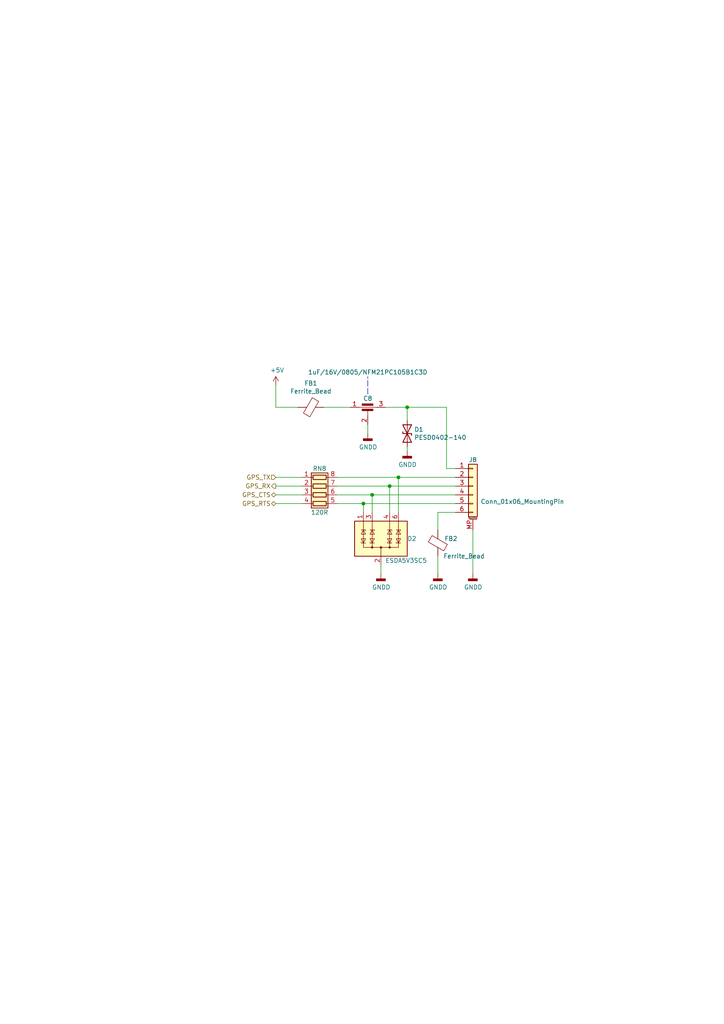
<source format=kicad_sch>
(kicad_sch (version 20211123) (generator eeschema)
  (paper "A4" portrait)
  (title_block (title "RasPi Zero NAV Hat") (date "2022-10-12") (rev "0.1") (company "chipiki.ru") (comment 1 "RasPi Zero NAV Hat") (comment 2 "Denis Tsekh"))
  (lib_symbols
    (symbol "Connector_Generic_MountingPin:Conn_01x06_MountingPin" (pin_names (offset 1.016) hide)
      (property "Reference" "J" (at 0 7.62 0))
      (property "Value" "Conn_01x06_MountingPin" (at 1.27 -10.16 0))
      (symbol "Conn_01x06_MountingPin_1_1"
        (rectangle (start -1.27 -7.493) (end 0 -7.747) (stroke (width 0.1524)))
        (rectangle (start -1.27 -4.953) (end 0 -5.207) (stroke (width 0.1524)))
        (rectangle (start -1.27 -2.413) (end 0 -2.667) (stroke (width 0.1524)))
        (rectangle (start -1.27 0.127) (end 0 -0.127) (stroke (width 0.1524)))
        (rectangle (start -1.27 2.667) (end 0 2.413) (stroke (width 0.1524)))
        (rectangle (start -1.27 5.207) (end 0 4.953) (stroke (width 0.1524)))
        (rectangle (start -1.27 6.35) (end 1.27 -8.89) (stroke (width 0.254)) (fill (type background)))
        (polyline (pts (xy -1.016 -9.652) (xy 1.016 -9.652)) (stroke (width 0.1524)))
        (text "Mounting" (at 0 -9.271 0) (effects (font (size 0.381 0.381))))
        (pin passive line (at -5.08 5.08 0) (length 3.81) (name "Pin_1") (number "1"))
        (pin passive line (at -5.08 2.54 0) (length 3.81) (name "Pin_2") (number "2"))
        (pin passive line (at -5.08 0 0) (length 3.81) (name "Pin_3") (number "3"))
        (pin passive line (at -5.08 -2.54 0) (length 3.81) (name "Pin_4") (number "4"))
        (pin passive line (at -5.08 -5.08 0) (length 3.81) (name "Pin_5") (number "5"))
        (pin passive line (at -5.08 -7.62 0) (length 3.81) (name "Pin_6") (number "6"))
        (pin passive line (at 0 -12.7 90) (length 3.048) (name "MountPin") (number "MP"))
      )
    )
    (symbol "Device:C_Feedthrough" (pin_names (offset 0.254) hide)
      (property "Reference" "C" (at 0 7.62 0))
      (property "Value" "C_Feedthrough" (at 0 5.715 0))
      (symbol "C_Feedthrough_0_1"
        (rectangle (start -1.651 1.524) (end 1.524 2.032) (fill (type outline)))
        (polyline (pts (xy -2.54 2.54) (xy 2.54 2.54)))
        (polyline (pts (xy 0 0) (xy 0 1.778)))
        (rectangle (start 1.524 3.048) (end -1.651 3.556) (fill (type outline)))
      )
      (symbol "C_Feedthrough_1_1"
        (pin passive line (at -5.08 2.54 0) (length 2.54) (name "1") (number "1"))
        (pin passive line (at 0 -2.54 90) (length 2.54) (name "2") (number "2"))
        (pin passive line (at 5.08 2.54 180) (length 2.54) (name "3") (number "3"))
      )
    )
    (symbol "Device:D_TVS" (pin_numbers hide) (pin_names (offset 1.016) hide)
      (property "Reference" "D" (at 0 2.54 0))
      (property "Value" "D_TVS" (at 0 -2.54 0))
      (symbol "D_TVS_0_1"
        (polyline (pts (xy 1.27 0) (xy -1.27 0)))
        (polyline (pts (xy 0.508 1.27) (xy 0 1.27) (xy 0 -1.27) (xy -0.508 -1.27)) (stroke (width 0.254)))
        (polyline (pts (xy -2.54 1.27) (xy -2.54 -1.27) (xy 2.54 1.27) (xy 2.54 -1.27) (xy -2.54 1.27)) (stroke (width 0.254)))
      )
      (symbol "D_TVS_1_1"
        (pin passive line (at -3.81 0 0) (length 2.54) (name "A1") (number "1"))
        (pin passive line (at 3.81 0 180) (length 2.54) (name "A2") (number "2"))
      )
    )
    (symbol "Device:FerriteBead" (pin_numbers hide) (pin_names (offset 0))
      (property "Reference" "FB" (at -3.81 0.635 90))
      (property "Value" "FerriteBead" (at 3.81 0 90))
      (symbol "FerriteBead_0_1"
        (polyline (pts (xy 0 -1.27) (xy 0 -1.2192)))
        (polyline (pts (xy 0 1.27) (xy 0 1.2954)))
        (polyline (pts (xy -2.7686 0.4064) (xy -1.7018 2.2606) (xy 2.7686 -0.3048) (xy 1.6764 -2.159) (xy -2.7686 0.4064)))
      )
      (symbol "FerriteBead_1_1"
        (pin passive line (at 0 3.81 270) (length 2.54) (name "~") (number "1"))
        (pin passive line (at 0 -3.81 90) (length 2.54) (name "~") (number "2"))
      )
    )
    (symbol "Device:R_Pack04" (pin_names (offset 0) hide)
      (property "Reference" "RN" (at -7.62 0 90))
      (property "Value" "R_Pack04" (at 5.08 0 90))
      (symbol "R_Pack04_0_1"
        (rectangle (start -6.35 -2.413) (end 3.81 2.413) (stroke (width 0.254)) (fill (type background)))
        (rectangle (start -5.715 1.905) (end -4.445 -1.905) (stroke (width 0.254)))
        (rectangle (start -3.175 1.905) (end -1.905 -1.905) (stroke (width 0.254)))
        (rectangle (start -0.635 1.905) (end 0.635 -1.905) (stroke (width 0.254)))
        (polyline (pts (xy -5.08 -2.54) (xy -5.08 -1.905)))
        (polyline (pts (xy -5.08 1.905) (xy -5.08 2.54)))
        (polyline (pts (xy -2.54 -2.54) (xy -2.54 -1.905)))
        (polyline (pts (xy -2.54 1.905) (xy -2.54 2.54)))
        (polyline (pts (xy 0 -2.54) (xy 0 -1.905)))
        (polyline (pts (xy 0 1.905) (xy 0 2.54)))
        (polyline (pts (xy 2.54 -2.54) (xy 2.54 -1.905)))
        (polyline (pts (xy 2.54 1.905) (xy 2.54 2.54)))
        (rectangle (start 1.905 1.905) (end 3.175 -1.905) (stroke (width 0.254)))
      )
      (symbol "R_Pack04_1_1"
        (pin passive line (at -5.08 -5.08 90) (length 2.54) (name "R1.1") (number "1"))
        (pin passive line (at -2.54 -5.08 90) (length 2.54) (name "R2.1") (number "2"))
        (pin passive line (at 0 -5.08 90) (length 2.54) (name "R3.1") (number "3"))
        (pin passive line (at 2.54 -5.08 90) (length 2.54) (name "R4.1") (number "4"))
        (pin passive line (at 2.54 5.08 270) (length 2.54) (name "R4.2") (number "5"))
        (pin passive line (at 0 5.08 270) (length 2.54) (name "R3.2") (number "6"))
        (pin passive line (at -2.54 5.08 270) (length 2.54) (name "R2.2") (number "7"))
        (pin passive line (at -5.08 5.08 270) (length 2.54) (name "R1.2") (number "8"))
      )
    )
    (symbol "Power_Protection:ESDA6V1BC6" (pin_names hide)
      (property "Reference" "D" (at -2.54 -6.35 0))
      (property "Value" "ESDA6V1BC6" (at 1.27 -6.35 0))
      (symbol "ESDA6V1BC6_0_0"
        (pin passive line (at 0 -7.62 90) (length 2.54) (name "COM") (number "2"))
      )
      (symbol "ESDA6V1BC6_0_1"
        (rectangle (start -7.62 5.08) (end 7.62 -5.08) (stroke (width 0.254)) (fill (type background)))
        (circle (center -2.54 -2.54) (radius 0.254) (fill (type outline)))
        (circle (center 0 -2.54) (radius 0.254) (fill (type outline)))
        (polyline (pts (xy -5.08 -2.54) (xy -5.08 -1.27)))
        (polyline (pts (xy -5.08 -2.54) (xy 5.08 -2.54)))
        (polyline (pts (xy -5.08 2.54) (xy -5.08 -1.27)))
        (polyline (pts (xy -5.08 5.08) (xy -5.08 2.54)))
        (polyline (pts (xy -2.54 -2.54) (xy -2.54 -1.27)))
        (polyline (pts (xy -2.54 2.54) (xy -2.54 -1.27)))
        (polyline (pts (xy -2.54 5.08) (xy -2.54 2.54)))
        (polyline (pts (xy 0 -2.54) (xy 0 -5.08)))
        (polyline (pts (xy 2.54 -2.54) (xy 2.54 -1.27)))
        (polyline (pts (xy 2.54 2.54) (xy 2.54 -1.27)))
        (polyline (pts (xy 2.54 5.08) (xy 2.54 2.54)))
        (polyline (pts (xy 5.08 -2.54) (xy 5.08 -1.27)))
        (polyline (pts (xy 5.08 2.54) (xy 5.08 -1.27)))
        (polyline (pts (xy 5.08 5.08) (xy 5.08 2.54)))
        (polyline (pts (xy -5.715 -1.016) (xy -5.715 -1.27) (xy -4.445 -1.27)))
        (polyline (pts (xy -5.715 2.54) (xy -4.445 2.54) (xy -4.445 2.286)))
        (polyline (pts (xy -3.175 -1.016) (xy -3.175 -1.27) (xy -1.905 -1.27)))
        (polyline (pts (xy -3.175 2.54) (xy -1.905 2.54) (xy -1.905 2.286)))
        (polyline (pts (xy 1.905 -1.016) (xy 1.905 -1.27) (xy 3.175 -1.27)))
        (polyline (pts (xy 1.905 2.54) (xy 3.175 2.54) (xy 3.175 2.286)))
        (polyline (pts (xy 4.445 -1.016) (xy 4.445 -1.27) (xy 5.715 -1.27)))
        (polyline (pts (xy 4.445 2.54) (xy 5.715 2.54) (xy 5.715 2.286)))
        (polyline (pts (xy -5.08 -1.27) (xy -5.715 0) (xy -4.445 0) (xy -5.08 -1.27)))
        (polyline (pts (xy -5.08 2.54) (xy -4.445 1.27) (xy -5.715 1.27) (xy -5.08 2.54)))
        (polyline (pts (xy -2.54 -1.27) (xy -3.175 0) (xy -1.905 0) (xy -2.54 -1.27)))
        (polyline (pts (xy -2.54 2.54) (xy -1.905 1.27) (xy -3.175 1.27) (xy -2.54 2.54)))
        (polyline (pts (xy 2.54 -1.27) (xy 1.905 0) (xy 3.175 0) (xy 2.54 -1.27)))
        (polyline (pts (xy 2.54 2.54) (xy 3.175 1.27) (xy 1.905 1.27) (xy 2.54 2.54)))
        (polyline (pts (xy 5.08 -1.27) (xy 4.445 0) (xy 5.715 0) (xy 5.08 -1.27)))
        (polyline (pts (xy 5.08 2.54) (xy 5.715 1.27) (xy 4.445 1.27) (xy 5.08 2.54)))
        (circle (center 2.54 -2.54) (radius 0.254) (fill (type outline)))
      )
      (symbol "ESDA6V1BC6_1_1"
        (pin passive line (at -5.08 7.62 270) (length 2.54) (name "TVS1") (number "1"))
        (pin passive line (at -2.54 7.62 270) (length 2.54) (name "TVS2") (number "3"))
        (pin passive line (at 2.54 7.62 270) (length 2.54) (name "TVS3") (number "4"))
        (pin passive line (at 0 -7.62 90) (length 2.54) hide (name "COM") (number "5"))
        (pin passive line (at 5.08 7.62 270) (length 2.54) (name "TVS4") (number "6"))
      )
    )
    (symbol "power:+5V" (power) (pin_names (offset 0))
      (property "Value" "+5V" (at 0 3.556 0))
      (symbol "+5V_0_1"
        (polyline (pts (xy -0.762 1.27) (xy 0 2.54)))
        (polyline (pts (xy 0 0) (xy 0 2.54)))
        (polyline (pts (xy 0 2.54) (xy 0.762 1.27)))
      )
      (symbol "+5V_1_1"
        (pin power_in line (at 0 0 90) (length 0) hide (name "+5V") (number "1"))
      )
    )
    (symbol "power:GNDD" (power) (pin_names (offset 0))
      (property "Value" "GNDD" (at 0 -3.175 0))
      (symbol "GNDD_0_1"
        (rectangle (start -1.27 -1.524) (end 1.27 -2.032) (stroke (width 0.254)) (fill (type outline)))
        (polyline (pts (xy 0 0) (xy 0 -1.524)))
      )
      (symbol "GNDD_1_1"
        (pin power_in line (at 0 0 270) (length 0) hide (name "GNDD") (number "1"))
      )
    )
  )
  (junction (at 113.03 140.97))
  (junction (at 118.11 118.11))
  (junction (at 107.95 143.51))
  (junction (at 115.57 138.43))
  (junction (at 105.41 146.05))
  (wire (pts (xy 115.57 138.43) (xy 97.79 138.43)))
  (wire (pts (xy 132.08 143.51) (xy 107.95 143.51)))
  (wire (pts (xy 118.11 118.11) (xy 129.54 118.11)))
  (wire (pts (xy 87.63 143.51) (xy 80.01 143.51)))
  (wire (pts (xy 106.68 123.19) (xy 106.68 125.73)))
  (polyline (pts (xy 106.68 114.3) (xy 106.68 109.22)))
  (wire (pts (xy 118.11 121.92) (xy 118.11 118.11)))
  (wire (pts (xy 107.95 143.51) (xy 97.79 143.51)))
  (wire (pts (xy 87.63 140.97) (xy 80.01 140.97)))
  (wire (pts (xy 111.76 118.11) (xy 118.11 118.11)))
  (wire (pts (xy 115.57 148.59) (xy 115.57 138.43)))
  (wire (pts (xy 132.08 135.89) (xy 129.54 135.89)))
  (wire (pts (xy 132.08 138.43) (xy 115.57 138.43)))
  (wire (pts (xy 87.63 146.05) (xy 80.01 146.05)))
  (wire (pts (xy 129.54 135.89) (xy 129.54 118.11)))
  (wire (pts (xy 113.03 140.97) (xy 97.79 140.97)))
  (wire (pts (xy 86.36 118.11) (xy 80.01 118.11)))
  (wire (pts (xy 113.03 148.59) (xy 113.03 140.97)))
  (wire (pts (xy 127 161.29) (xy 127 166.37)))
  (wire (pts (xy 118.11 130.81) (xy 118.11 129.54)))
  (wire (pts (xy 105.41 146.05) (xy 97.79 146.05)))
  (wire (pts (xy 132.08 140.97) (xy 113.03 140.97)))
  (wire (pts (xy 132.08 146.05) (xy 105.41 146.05)))
  (wire (pts (xy 80.01 118.11) (xy 80.01 111.76)))
  (wire (pts (xy 105.41 148.59) (xy 105.41 146.05)))
  (wire (pts (xy 137.16 153.67) (xy 137.16 166.37)))
  (wire (pts (xy 127 148.59) (xy 127 153.67)))
  (wire (pts (xy 93.98 118.11) (xy 101.6 118.11)))
  (wire (pts (xy 132.08 148.59) (xy 127 148.59)))
  (wire (pts (xy 110.49 163.83) (xy 110.49 166.37)))
  (wire (pts (xy 107.95 148.59) (xy 107.95 143.51)))
  (wire (pts (xy 87.63 138.43) (xy 80.01 138.43)))
  (hierarchical_label "GPS_TX" (shape input) (at 80.01 138.43 180))
  (hierarchical_label "GPS_RX" (shape output) (at 80.01 140.97 180))
  (hierarchical_label "GPS_CTS" (shape bidirectional) (at 80.01 143.51 180))
  (hierarchical_label "GPS_RTS" (shape bidirectional) (at 80.01 146.05 180))
  (symbol (lib_id "Device:D_TVS") (at 118.11 125.73 270) (unit 1)
    (property "Reference" "D1" (at 120.142 124.5616 90) (effects (justify left)))
    (property "Value" "PESD0402-140" (at 120.142 126.873 90) (effects (justify left)))
    (property "Footprint" "Diode_SMD:D_0402_1005Metric" (effects hide))
  )
  (symbol (lib_id "power:GNDD") (at 127 166.37 0) (unit 1)
    (property "Reference" "#PWR0124" (effects hide))
    (property "Value" "GNDD" (at 127.1016 170.307 0))
  )
  (symbol (lib_id "Device:FerriteBead") (at 90.17 118.11 270) (unit 1)
    (property "Reference" "FB1" (at 90.17 111.1504 90))
    (property "Value" "Ferrite_Bead" (at 90.17 113.4618 90))
    (property "Footprint" "Inductor_SMD:L_0603_1608Metric" (effects hide))
  )
  (symbol (lib_id "Device:FerriteBead") (at 127 157.48 180) (unit 1)
    (property "Reference" "FB2" (at 130.81 156.21 0))
    (property "Value" "Ferrite_Bead" (at 134.62 161.29 0))
    (property "Footprint" "Inductor_SMD:L_0603_1608Metric" (effects hide))
  )
  (symbol (lib_id "Power_Protection:ESDA6V1BC6") (at 110.49 156.21 0) (unit 1)
    (property "Reference" "D2" (at 118.11 156.21 0) (effects (justify left)))
    (property "Value" "ESDA5V3SC5" (at 111.76 162.56 0) (effects (justify left)))
    (property "Footprint" "Package_TO_SOT_SMD:SOT-23-6" (effects hide))
    (property "Datasheet" "http://www.st.com/content/ccc/resource/technical/document/datasheet/21/07/21/e3/a8/df/42/a2/CD00001906.pdf/files/CD00001906.pdf/jcr:content/translations/en.CD00001906.pdf" (effects hide))
    (property "URL" "https://www.terraelectronica.ru/product/275706" (effects hide))
  )
  (symbol (lib_id "power:GNDD") (at 137.16 166.37 0) (unit 1)
    (property "Reference" "#PWR0125" (effects hide))
    (property "Value" "GNDD" (at 137.2616 170.307 0))
  )
  (symbol (lib_id "power:GNDD") (at 110.49 166.37 0) (unit 1)
    (property "Reference" "#PWR0126" (effects hide))
    (property "Value" "GNDD" (at 110.5916 170.307 0))
  )
  (symbol (lib_id "power:GNDD") (at 118.11 130.81 0) (unit 1)
    (property "Reference" "#PWR0127" (effects hide))
    (property "Value" "GNDD" (at 118.2116 134.747 0))
  )
  (symbol (lib_id "power:GNDD") (at 106.68 125.73 0) (unit 1)
    (property "Reference" "#PWR0128" (effects hide))
    (property "Value" "GNDD" (at 106.7816 129.667 0))
  )
  (symbol (lib_id "Device:R_Pack04") (at 92.71 143.51 270) (unit 1)
    (property "Reference" "RN8" (at 92.71 135.89 90))
    (property "Value" "120R" (at 92.71 148.59 90))
    (property "Footprint" "Resistor_SMD:R_Array_Concave_4x0402" (effects hide))
  )
  (symbol (lib_id "power:+5V") (at 80.01 111.76 0) (unit 1)
    (property "Reference" "#PWR0129" (effects hide))
    (property "Value" "+5V" (at 80.391 107.3658 0))
  )
  (symbol (lib_id "Connector_Generic_MountingPin:Conn_01x06_MountingPin") (at 137.16 140.97 0) (unit 1)
    (property "Reference" "J8" (at 137.16 133.35 0))
    (property "Value" "Conn_01x06_MountingPin" (at 139.3952 145.4658 0) (effects (justify left)))
    (property "Footprint" "Connector_JST:JST_GH_BM06B-GHS-TBT_1x06-1MP_P1.25mm_Vertical" (effects hide))
  )
  (symbol (lib_id "Device:C_Feedthrough") (at 106.68 120.65 0) (unit 1)
    (property "Reference" "C8" (at 106.68 115.57 0))
    (property "Value" "1uF/16V/0805/NFM21PC105B1C3D" (at 106.68 107.95 0))
    (property "Footprint" "NFM21PC105B1C3D:NFM21PC105B1C3D" (effects hide))
  )
)
</source>
